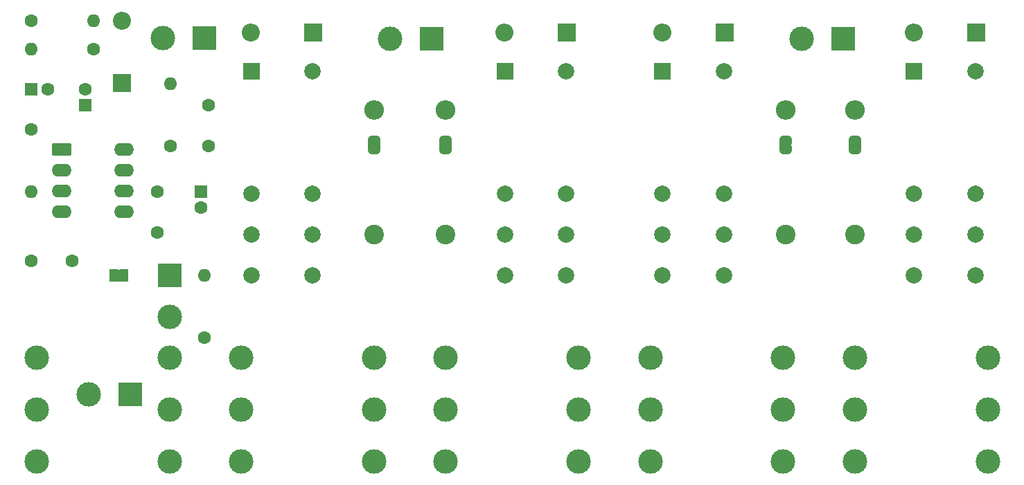
<source format=gts>
%TF.GenerationSoftware,KiCad,Pcbnew,9.0.0+dfsg-1*%
%TF.CreationDate,2025-03-17T16:09:38+01:00*%
%TF.ProjectId,relays-array-4,72656c61-7973-42d6-9172-7261792d342e,1.0*%
%TF.SameCoordinates,Original*%
%TF.FileFunction,Soldermask,Top*%
%TF.FilePolarity,Negative*%
%FSLAX46Y46*%
G04 Gerber Fmt 4.6, Leading zero omitted, Abs format (unit mm)*
G04 Created by KiCad (PCBNEW 9.0.0+dfsg-1) date 2025-03-17 16:09:38*
%MOMM*%
%LPD*%
G01*
G04 APERTURE LIST*
G04 Aperture macros list*
%AMRoundRect*
0 Rectangle with rounded corners*
0 $1 Rounding radius*
0 $2 $3 $4 $5 $6 $7 $8 $9 X,Y pos of 4 corners*
0 Add a 4 corners polygon primitive as box body*
4,1,4,$2,$3,$4,$5,$6,$7,$8,$9,$2,$3,0*
0 Add four circle primitives for the rounded corners*
1,1,$1+$1,$2,$3*
1,1,$1+$1,$4,$5*
1,1,$1+$1,$6,$7*
1,1,$1+$1,$8,$9*
0 Add four rect primitives between the rounded corners*
20,1,$1+$1,$2,$3,$4,$5,0*
20,1,$1+$1,$4,$5,$6,$7,0*
20,1,$1+$1,$6,$7,$8,$9,0*
20,1,$1+$1,$8,$9,$2,$3,0*%
%AMFreePoly0*
4,1,23,0.500000,-0.750000,0.000000,-0.750000,0.000000,-0.745722,-0.065263,-0.745722,-0.191342,-0.711940,-0.304381,-0.646677,-0.396677,-0.554381,-0.461940,-0.441342,-0.495722,-0.315263,-0.495722,-0.250000,-0.500000,-0.250000,-0.500000,0.250000,-0.495722,0.250000,-0.495722,0.315263,-0.461940,0.441342,-0.396677,0.554381,-0.304381,0.646677,-0.191342,0.711940,-0.065263,0.745722,0.000000,0.745722,
0.000000,0.750000,0.500000,0.750000,0.500000,-0.750000,0.500000,-0.750000,$1*%
%AMFreePoly1*
4,1,23,0.000000,0.745722,0.065263,0.745722,0.191342,0.711940,0.304381,0.646677,0.396677,0.554381,0.461940,0.441342,0.495722,0.315263,0.495722,0.250000,0.500000,0.250000,0.500000,-0.250000,0.495722,-0.250000,0.495722,-0.315263,0.461940,-0.441342,0.396677,-0.554381,0.304381,-0.646677,0.191342,-0.711940,0.065263,-0.745722,0.000000,-0.745722,0.000000,-0.750000,-0.500000,-0.750000,
-0.500000,0.750000,0.000000,0.750000,0.000000,0.745722,0.000000,0.745722,$1*%
G04 Aperture macros list end*
%ADD10C,2.000000*%
%ADD11R,2.000000X2.000000*%
%ADD12C,2.400000*%
%ADD13O,2.400000X2.400000*%
%ADD14R,3.000000X3.000000*%
%ADD15C,3.000000*%
%ADD16R,2.200000X2.200000*%
%ADD17O,2.200000X2.200000*%
%ADD18C,1.600000*%
%ADD19O,1.600000X1.600000*%
%ADD20R,1.600000X1.600000*%
%ADD21FreePoly0,270.000000*%
%ADD22FreePoly1,270.000000*%
%ADD23RoundRect,0.250000X-0.950000X-0.550000X0.950000X-0.550000X0.950000X0.550000X-0.950000X0.550000X0*%
%ADD24O,2.400000X1.600000*%
%ADD25R,1.000000X1.500000*%
G04 APERTURE END LIST*
%TO.C,JP5*%
G36*
X139500000Y-83850000D02*
G01*
X138000000Y-83850000D01*
X138000000Y-84150000D01*
X139500000Y-84150000D01*
X139500000Y-83850000D01*
G37*
%TO.C,JP3*%
G36*
X80750000Y-83850000D02*
G01*
X79250000Y-83850000D01*
X79250000Y-84150000D01*
X80750000Y-84150000D01*
X80750000Y-83850000D01*
G37*
%TO.C,JP4*%
G36*
X131020000Y-83850000D02*
G01*
X129520000Y-83850000D01*
X129520000Y-84150000D01*
X131020000Y-84150000D01*
X131020000Y-83850000D01*
G37*
%TO.C,JPX1*%
G36*
X48950000Y-100750000D02*
G01*
X48650000Y-100750000D01*
X48650000Y-99250000D01*
X48950000Y-99250000D01*
X48950000Y-100750000D01*
G37*
%TO.C,JP2*%
G36*
X89500000Y-83850000D02*
G01*
X88000000Y-83850000D01*
X88000000Y-84150000D01*
X89500000Y-84150000D01*
X89500000Y-83850000D01*
G37*
%TD*%
D10*
%TO.C,K3*%
X115270000Y-95000000D03*
X115270000Y-90000000D03*
X115270000Y-100000000D03*
X122770000Y-95000000D03*
X122770000Y-90000000D03*
X122770000Y-100000000D03*
D11*
X115270000Y-75000000D03*
D10*
X122770000Y-75000000D03*
%TD*%
D12*
%TO.C,R3*%
X130270000Y-95000000D03*
D13*
X130270000Y-79760000D03*
%TD*%
D14*
%TO.C,J16*%
X50180000Y-114500000D03*
D15*
X45100000Y-114500000D03*
%TD*%
D12*
%TO.C,R4*%
X138750000Y-95000000D03*
D13*
X138750000Y-79760000D03*
%TD*%
D16*
%TO.C,D2*%
X103560000Y-70250000D03*
D17*
X95940000Y-70250000D03*
%TD*%
D18*
%TO.C,C2*%
X38100000Y-98200000D03*
X43100000Y-98200000D03*
%TD*%
%TO.C,R13*%
X55100000Y-84100000D03*
D19*
X55100000Y-76480000D03*
%TD*%
D20*
%TO.C,C8*%
X58800000Y-89700000D03*
D18*
X58800000Y-91700000D03*
%TD*%
D16*
%TO.C,D3*%
X122830000Y-70250000D03*
D17*
X115210000Y-70250000D03*
%TD*%
D10*
%TO.C,K4*%
X146000000Y-95000000D03*
X146000000Y-90000000D03*
X146000000Y-100000000D03*
X153500000Y-95000000D03*
X153500000Y-90000000D03*
X153500000Y-100000000D03*
D11*
X146000000Y-75000000D03*
D10*
X153500000Y-75000000D03*
%TD*%
D15*
%TO.C,J4*%
X130000000Y-116350000D03*
X113770000Y-116350000D03*
X130000000Y-122700000D03*
X113770000Y-122700000D03*
X130000000Y-110000000D03*
X113770000Y-110000000D03*
%TD*%
%TO.C,J2*%
X105000000Y-116350000D03*
X88770000Y-116350000D03*
X105000000Y-122700000D03*
X88770000Y-122700000D03*
X105000000Y-110000000D03*
X88770000Y-110000000D03*
%TD*%
D20*
%TO.C,C10*%
X38100000Y-77200000D03*
D18*
X40100000Y-77200000D03*
%TD*%
D16*
%TO.C,D9*%
X49200000Y-76410000D03*
D17*
X49200000Y-68790000D03*
%TD*%
D16*
%TO.C,D4*%
X153560000Y-70250000D03*
D17*
X145940000Y-70250000D03*
%TD*%
D15*
%TO.C,J14*%
X55000000Y-116350000D03*
X38770000Y-116350000D03*
X55000000Y-122700000D03*
X38770000Y-122700000D03*
X55000000Y-110000000D03*
X38770000Y-110000000D03*
%TD*%
D12*
%TO.C,R2*%
X88750000Y-95000000D03*
D13*
X88750000Y-79760000D03*
%TD*%
D10*
%TO.C,K1*%
X65000000Y-95000000D03*
X65000000Y-90000000D03*
X65000000Y-100000000D03*
X72500000Y-95000000D03*
X72500000Y-90000000D03*
X72500000Y-100000000D03*
D11*
X65000000Y-75000000D03*
D10*
X72500000Y-75000000D03*
%TD*%
D16*
%TO.C,D1*%
X72560000Y-70250000D03*
D17*
X64940000Y-70250000D03*
%TD*%
D18*
%TO.C,R16*%
X38100000Y-82080000D03*
D19*
X38100000Y-89700000D03*
%TD*%
D15*
%TO.C,J1*%
X80000000Y-116350000D03*
X63770000Y-116350000D03*
X80000000Y-122700000D03*
X63770000Y-122700000D03*
X80000000Y-110000000D03*
X63770000Y-110000000D03*
%TD*%
D21*
%TO.C,JP5*%
X138750000Y-83350000D03*
D22*
X138750000Y-84650000D03*
%TD*%
D10*
%TO.C,K2*%
X96000000Y-95000000D03*
X96000000Y-90000000D03*
X96000000Y-100000000D03*
X103500000Y-95000000D03*
X103500000Y-90000000D03*
X103500000Y-100000000D03*
D11*
X96000000Y-75000000D03*
D10*
X103500000Y-75000000D03*
%TD*%
D18*
%TO.C,R9*%
X59300000Y-107600000D03*
D19*
X59300000Y-99980000D03*
%TD*%
D18*
%TO.C,C1*%
X53500000Y-94700000D03*
X53500000Y-89700000D03*
%TD*%
D12*
%TO.C,R1*%
X80000000Y-95000000D03*
D13*
X80000000Y-79760000D03*
%TD*%
D14*
%TO.C,J6*%
X137330000Y-71000000D03*
D15*
X132250000Y-71000000D03*
%TD*%
D21*
%TO.C,JP3*%
X80000000Y-83350000D03*
D22*
X80000000Y-84650000D03*
%TD*%
D18*
%TO.C,R15*%
X38080000Y-68800000D03*
D19*
X45700000Y-68800000D03*
%TD*%
D14*
%TO.C,J3*%
X87040000Y-71000000D03*
D15*
X81960000Y-71000000D03*
%TD*%
D23*
%TO.C,U1*%
X41790000Y-84590000D03*
D24*
X41790000Y-87130000D03*
X41790000Y-89670000D03*
X41790000Y-92210000D03*
X49410000Y-92210000D03*
X49410000Y-89670000D03*
X49410000Y-87130000D03*
X49410000Y-84590000D03*
%TD*%
D15*
%TO.C,J5*%
X155000000Y-116350000D03*
X138770000Y-116350000D03*
X155000000Y-122700000D03*
X138770000Y-122700000D03*
X155000000Y-110000000D03*
X138770000Y-110000000D03*
%TD*%
D21*
%TO.C,JP4*%
X130270000Y-83350000D03*
D22*
X130270000Y-84650000D03*
%TD*%
D14*
%TO.C,J15*%
X55000000Y-100000000D03*
D15*
X55000000Y-105080000D03*
%TD*%
D18*
%TO.C,R14*%
X45700000Y-72300000D03*
D19*
X38080000Y-72300000D03*
%TD*%
D20*
%TO.C,C7*%
X44700000Y-79155113D03*
D18*
X44700000Y-77155113D03*
%TD*%
%TO.C,C3*%
X59800000Y-84100000D03*
X59800000Y-79100000D03*
%TD*%
D25*
%TO.C,JPX1*%
X49450000Y-100000000D03*
X48150000Y-100000000D03*
%TD*%
D14*
%TO.C,J10*%
X59280000Y-70900000D03*
D15*
X54200000Y-70900000D03*
%TD*%
D21*
%TO.C,JP2*%
X88750000Y-83350000D03*
D22*
X88750000Y-84650000D03*
%TD*%
M02*

</source>
